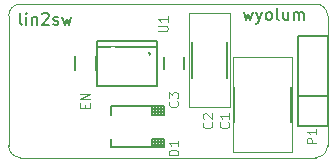
<source format=gto>
G04 #@! TF.FileFunction,Legend,Top*
%FSLAX46Y46*%
G04 Gerber Fmt 4.6, Leading zero omitted, Abs format (unit mm)*
G04 Created by KiCad (PCBNEW (2015-07-01 BZR 5850)-product) date Fri Aug 28 18:28:50 2015*
%MOMM*%
G01*
G04 APERTURE LIST*
%ADD10C,0.050000*%
%ADD11C,0.200000*%
%ADD12C,0.100000*%
%ADD13C,0.150000*%
%ADD14C,1.200000*%
%ADD15R,4.300000X2.400000*%
%ADD16R,2.350000X2.770000*%
%ADD17R,1.250000X1.500000*%
%ADD18O,2.032000X1.727200*%
%ADD19R,2.032000X1.727200*%
%ADD20O,0.609600X1.473200*%
%ADD21R,1.300000X1.500000*%
%ADD22R,3.500120X1.800860*%
%ADD23C,4.500000*%
G04 APERTURE END LIST*
D10*
D11*
X29123809Y-26752381D02*
X29028571Y-26704762D01*
X28980952Y-26609524D01*
X28980952Y-25752381D01*
X29504762Y-26752381D02*
X29504762Y-26085714D01*
X29504762Y-25752381D02*
X29457143Y-25800000D01*
X29504762Y-25847619D01*
X29552381Y-25800000D01*
X29504762Y-25752381D01*
X29504762Y-25847619D01*
X29980952Y-26085714D02*
X29980952Y-26752381D01*
X29980952Y-26180952D02*
X30028571Y-26133333D01*
X30123809Y-26085714D01*
X30266667Y-26085714D01*
X30361905Y-26133333D01*
X30409524Y-26228571D01*
X30409524Y-26752381D01*
X30838095Y-25847619D02*
X30885714Y-25800000D01*
X30980952Y-25752381D01*
X31219048Y-25752381D01*
X31314286Y-25800000D01*
X31361905Y-25847619D01*
X31409524Y-25942857D01*
X31409524Y-26038095D01*
X31361905Y-26180952D01*
X30790476Y-26752381D01*
X31409524Y-26752381D01*
X31790476Y-26704762D02*
X31885714Y-26752381D01*
X32076190Y-26752381D01*
X32171429Y-26704762D01*
X32219048Y-26609524D01*
X32219048Y-26561905D01*
X32171429Y-26466667D01*
X32076190Y-26419048D01*
X31933333Y-26419048D01*
X31838095Y-26371429D01*
X31790476Y-26276190D01*
X31790476Y-26228571D01*
X31838095Y-26133333D01*
X31933333Y-26085714D01*
X32076190Y-26085714D01*
X32171429Y-26133333D01*
X32552381Y-26085714D02*
X32742857Y-26752381D01*
X32933334Y-26276190D01*
X33123810Y-26752381D01*
X33314286Y-26085714D01*
X47904762Y-25685714D02*
X48095238Y-26352381D01*
X48285715Y-25876190D01*
X48476191Y-26352381D01*
X48666667Y-25685714D01*
X48952381Y-25685714D02*
X49190476Y-26352381D01*
X49428572Y-25685714D02*
X49190476Y-26352381D01*
X49095238Y-26590476D01*
X49047619Y-26638095D01*
X48952381Y-26685714D01*
X49952381Y-26352381D02*
X49857143Y-26304762D01*
X49809524Y-26257143D01*
X49761905Y-26161905D01*
X49761905Y-25876190D01*
X49809524Y-25780952D01*
X49857143Y-25733333D01*
X49952381Y-25685714D01*
X50095239Y-25685714D01*
X50190477Y-25733333D01*
X50238096Y-25780952D01*
X50285715Y-25876190D01*
X50285715Y-26161905D01*
X50238096Y-26257143D01*
X50190477Y-26304762D01*
X50095239Y-26352381D01*
X49952381Y-26352381D01*
X50857143Y-26352381D02*
X50761905Y-26304762D01*
X50714286Y-26209524D01*
X50714286Y-25352381D01*
X51666668Y-25685714D02*
X51666668Y-26352381D01*
X51238096Y-25685714D02*
X51238096Y-26209524D01*
X51285715Y-26304762D01*
X51380953Y-26352381D01*
X51523811Y-26352381D01*
X51619049Y-26304762D01*
X51666668Y-26257143D01*
X52142858Y-26352381D02*
X52142858Y-25685714D01*
X52142858Y-25780952D02*
X52190477Y-25733333D01*
X52285715Y-25685714D01*
X52428573Y-25685714D01*
X52523811Y-25733333D01*
X52571430Y-25828571D01*
X52571430Y-26352381D01*
X52571430Y-25828571D02*
X52619049Y-25733333D01*
X52714287Y-25685714D01*
X52857144Y-25685714D01*
X52952382Y-25733333D01*
X53000001Y-25828571D01*
X53000001Y-26352381D01*
D12*
X28000000Y-37000000D02*
X28000000Y-26000000D01*
X54000000Y-38000000D02*
X29000000Y-38000000D01*
X55000000Y-26000000D02*
X55000000Y-37000000D01*
X29000000Y-25000000D02*
X54000000Y-25000000D01*
X55000000Y-26000000D02*
G75*
G03X54000000Y-25000000I-1000000J0D01*
G01*
X54000000Y-38000000D02*
G75*
G03X55000000Y-37000000I0J1000000D01*
G01*
X28000000Y-37000000D02*
G75*
G03X29000000Y-38000000I1000000J0D01*
G01*
X29000000Y-25000000D02*
G75*
G03X28000000Y-26000000I0J-1000000D01*
G01*
X47000000Y-29500000D02*
X52000000Y-29500000D01*
X52000000Y-29500000D02*
X52000000Y-37500000D01*
X52000000Y-37500000D02*
X47000000Y-37500000D01*
X47000000Y-37500000D02*
X47000000Y-29500000D01*
D13*
X47100000Y-32000000D02*
X47100000Y-35000000D01*
X51900000Y-35000000D02*
X51900000Y-32000000D01*
D12*
X46750000Y-25750000D02*
X46750000Y-33750000D01*
X46750000Y-33750000D02*
X43250000Y-33750000D01*
X43250000Y-33750000D02*
X43250000Y-25750000D01*
X43250000Y-25750000D02*
X46750000Y-25750000D01*
D13*
X46500000Y-31250000D02*
X46500000Y-28250000D01*
X43500000Y-28250000D02*
X43500000Y-31250000D01*
X41150000Y-29500000D02*
X41150000Y-30500000D01*
X42850000Y-30500000D02*
X42850000Y-29500000D01*
X55020000Y-32770000D02*
X55020000Y-27690000D01*
X55020000Y-27690000D02*
X52480000Y-27690000D01*
X52480000Y-27690000D02*
X52480000Y-32770000D01*
X52480000Y-35310000D02*
X52480000Y-32770000D01*
X52480000Y-32770000D02*
X55020000Y-32770000D01*
X52480000Y-35310000D02*
X55020000Y-35310000D01*
X55020000Y-35310000D02*
X55020000Y-32770000D01*
X40032000Y-29238000D02*
G75*
G03X40032000Y-29238000I-127000J0D01*
G01*
X40540000Y-28603000D02*
X35460000Y-28603000D01*
X40540000Y-31905000D02*
X35460000Y-31905000D01*
X40540000Y-28095000D02*
X35460000Y-28095000D01*
X40540000Y-28095000D02*
X40540000Y-31905000D01*
X35460000Y-28095000D02*
X35460000Y-31905000D01*
X35375000Y-29400000D02*
X35375000Y-30600000D01*
X33625000Y-30600000D02*
X33625000Y-29400000D01*
X41150000Y-34150000D02*
X40150000Y-34150000D01*
X40150000Y-33900000D02*
X41150000Y-33900000D01*
X40400000Y-34400000D02*
X40400000Y-33650000D01*
X40650000Y-33650000D02*
X40650000Y-34400000D01*
X40900000Y-34400000D02*
X40900000Y-33650000D01*
X40900000Y-37150000D02*
X40900000Y-36400000D01*
X40650000Y-36400000D02*
X40650000Y-37150000D01*
X40400000Y-37150000D02*
X40400000Y-36400000D01*
X41150000Y-36900000D02*
X40150000Y-36900000D01*
X40150000Y-36650000D02*
X41150000Y-36650000D01*
X41150000Y-36400000D02*
X40400000Y-36400000D01*
X40400000Y-36400000D02*
X40150000Y-36400000D01*
X40150000Y-36400000D02*
X40150000Y-37150000D01*
X41150000Y-33650000D02*
X41150000Y-34400000D01*
X41150000Y-34400000D02*
X40150000Y-34400000D01*
X40150000Y-34400000D02*
X40150000Y-33650000D01*
X41150000Y-37150000D02*
X41150000Y-36400000D01*
X36650000Y-37150000D02*
X41150000Y-37150000D01*
X36650000Y-36400000D02*
X36650000Y-37150000D01*
X41150000Y-33650000D02*
X36650000Y-33650000D01*
X36650000Y-34400000D02*
X36650000Y-33650000D01*
D12*
X46585714Y-35033333D02*
X46623810Y-35071428D01*
X46661905Y-35185714D01*
X46661905Y-35261904D01*
X46623810Y-35376190D01*
X46547619Y-35452381D01*
X46471429Y-35490476D01*
X46319048Y-35528571D01*
X46204762Y-35528571D01*
X46052381Y-35490476D01*
X45976190Y-35452381D01*
X45900000Y-35376190D01*
X45861905Y-35261904D01*
X45861905Y-35185714D01*
X45900000Y-35071428D01*
X45938095Y-35033333D01*
X46661905Y-34271428D02*
X46661905Y-34728571D01*
X46661905Y-34500000D02*
X45861905Y-34500000D01*
X45976190Y-34576190D01*
X46052381Y-34652381D01*
X46090476Y-34728571D01*
X45185714Y-35033333D02*
X45223810Y-35071428D01*
X45261905Y-35185714D01*
X45261905Y-35261904D01*
X45223810Y-35376190D01*
X45147619Y-35452381D01*
X45071429Y-35490476D01*
X44919048Y-35528571D01*
X44804762Y-35528571D01*
X44652381Y-35490476D01*
X44576190Y-35452381D01*
X44500000Y-35376190D01*
X44461905Y-35261904D01*
X44461905Y-35185714D01*
X44500000Y-35071428D01*
X44538095Y-35033333D01*
X44538095Y-34728571D02*
X44500000Y-34690476D01*
X44461905Y-34614285D01*
X44461905Y-34423809D01*
X44500000Y-34347619D01*
X44538095Y-34309523D01*
X44614286Y-34271428D01*
X44690476Y-34271428D01*
X44804762Y-34309523D01*
X45261905Y-34766666D01*
X45261905Y-34271428D01*
X42285714Y-33233333D02*
X42323810Y-33271428D01*
X42361905Y-33385714D01*
X42361905Y-33461904D01*
X42323810Y-33576190D01*
X42247619Y-33652381D01*
X42171429Y-33690476D01*
X42019048Y-33728571D01*
X41904762Y-33728571D01*
X41752381Y-33690476D01*
X41676190Y-33652381D01*
X41600000Y-33576190D01*
X41561905Y-33461904D01*
X41561905Y-33385714D01*
X41600000Y-33271428D01*
X41638095Y-33233333D01*
X41561905Y-32966666D02*
X41561905Y-32471428D01*
X41866667Y-32738095D01*
X41866667Y-32623809D01*
X41904762Y-32547619D01*
X41942857Y-32509523D01*
X42019048Y-32471428D01*
X42209524Y-32471428D01*
X42285714Y-32509523D01*
X42323810Y-32547619D01*
X42361905Y-32623809D01*
X42361905Y-32852381D01*
X42323810Y-32928571D01*
X42285714Y-32966666D01*
X54061905Y-36790476D02*
X53261905Y-36790476D01*
X53261905Y-36485714D01*
X53300000Y-36409523D01*
X53338095Y-36371428D01*
X53414286Y-36333333D01*
X53528571Y-36333333D01*
X53604762Y-36371428D01*
X53642857Y-36409523D01*
X53680952Y-36485714D01*
X53680952Y-36790476D01*
X54061905Y-35571428D02*
X54061905Y-36028571D01*
X54061905Y-35800000D02*
X53261905Y-35800000D01*
X53376190Y-35876190D01*
X53452381Y-35952381D01*
X53490476Y-36028571D01*
X40661905Y-27309524D02*
X41309524Y-27309524D01*
X41385714Y-27271429D01*
X41423810Y-27233333D01*
X41461905Y-27157143D01*
X41461905Y-27004762D01*
X41423810Y-26928571D01*
X41385714Y-26890476D01*
X41309524Y-26852381D01*
X40661905Y-26852381D01*
X41461905Y-26052381D02*
X41461905Y-26509524D01*
X41461905Y-26280953D02*
X40661905Y-26280953D01*
X40776190Y-26357143D01*
X40852381Y-26433334D01*
X40890476Y-26509524D01*
X34442857Y-33790476D02*
X34442857Y-33523809D01*
X34861905Y-33409523D02*
X34861905Y-33790476D01*
X34061905Y-33790476D01*
X34061905Y-33409523D01*
X34861905Y-33066666D02*
X34061905Y-33066666D01*
X34861905Y-32609523D01*
X34061905Y-32609523D01*
X42361905Y-37790476D02*
X41561905Y-37790476D01*
X41561905Y-37600000D01*
X41600000Y-37485714D01*
X41676190Y-37409523D01*
X41752381Y-37371428D01*
X41904762Y-37333333D01*
X42019048Y-37333333D01*
X42171429Y-37371428D01*
X42247619Y-37409523D01*
X42323810Y-37485714D01*
X42361905Y-37600000D01*
X42361905Y-37790476D01*
X42361905Y-36571428D02*
X42361905Y-37028571D01*
X42361905Y-36800000D02*
X41561905Y-36800000D01*
X41676190Y-36876190D01*
X41752381Y-36952381D01*
X41790476Y-37028571D01*
%LPC*%
D14*
X33800000Y-34600000D03*
X50300000Y-32800000D03*
X48700000Y-32800000D03*
X36800000Y-29200000D03*
X39300000Y-30800000D03*
X33800000Y-36200000D03*
X39300000Y-29300000D03*
X36800000Y-30800000D03*
X45800000Y-30100000D03*
X44200000Y-30100000D03*
D15*
X49500000Y-36040000D03*
X49500000Y-30960000D03*
D16*
X45000000Y-27180000D03*
X45000000Y-32320000D03*
D17*
X42000000Y-31250000D03*
X42000000Y-28750000D03*
D18*
X53750000Y-34040000D03*
D19*
X53750000Y-31500000D03*
D18*
X53750000Y-28960000D03*
D20*
X39905000Y-27206000D03*
X38635000Y-27206000D03*
X37365000Y-27206000D03*
X36095000Y-27206000D03*
X36095000Y-32794000D03*
X37365000Y-32794000D03*
X38635000Y-32794000D03*
X39905000Y-32794000D03*
D21*
X34500000Y-31350000D03*
X34500000Y-28650000D03*
D22*
X36400640Y-35400000D03*
X41399360Y-35400000D03*
D14*
X38000000Y-30000000D03*
D23*
X31000000Y-31500000D03*
M02*

</source>
